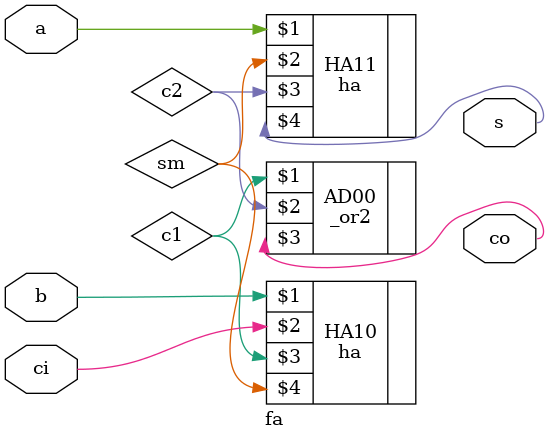
<source format=v>
module fa(a,b,ci,co,s);
	//set input a,b,c
	input a,b,ci;
	//set output co,s
	output co, s;
	//set wire c1,c2,sm to use inside fa module
	wire c1,c2,sm;
	
	//use 2 'Half Adder' and 1 '2-input or'
	ha HA10 (b,ci,c1,sm);
	ha HA11 (a,sm,c2,s);
	_or2 AD00 (c1,c2,co); 
	
endmodule

</source>
